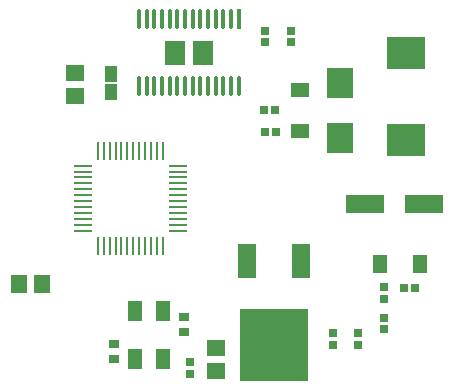
<source format=gtp>
G04*
G04 #@! TF.GenerationSoftware,Altium Limited,Altium Designer,22.10.1 (41)*
G04*
G04 Layer_Color=8421504*
%FSLAX42Y42*%
%MOMM*%
G71*
G04*
G04 #@! TF.SameCoordinates,D2B3F530-26F6-4905-BC13-EF821CD2D141*
G04*
G04*
G04 #@! TF.FilePolarity,Positive*
G04*
G01*
G75*
%ADD15R,1.81X2.07*%
%ADD16R,1.01X1.33*%
%ADD17O,0.25X1.55*%
%ADD18O,1.55X0.25*%
%ADD19R,0.67X0.72*%
%ADD20R,0.72X0.67*%
%ADD21R,1.25X1.60*%
%ADD22R,1.55X1.35*%
%ADD23R,1.20X1.80*%
%ADD24R,0.85X0.75*%
%ADD25R,1.35X1.55*%
G04:AMPARAMS|DCode=26|XSize=1.66mm|YSize=0.38mm|CornerRadius=0.19mm|HoleSize=0mm|Usage=FLASHONLY|Rotation=270.000|XOffset=0mm|YOffset=0mm|HoleType=Round|Shape=RoundedRectangle|*
%AMROUNDEDRECTD26*
21,1,1.66,0.00,0,0,270.0*
21,1,1.27,0.38,0,0,270.0*
1,1,0.38,0.00,-0.64*
1,1,0.38,0.00,0.64*
1,1,0.38,0.00,0.64*
1,1,0.38,0.00,-0.64*
%
%ADD26ROUNDEDRECTD26*%
%ADD27R,0.38X1.66*%
%ADD28R,3.30X2.70*%
%ADD29R,2.20X2.50*%
%ADD30R,1.60X1.25*%
%ADD31R,3.20X1.60*%
%ADD32R,1.60X3.00*%
%ADD33R,5.80X6.20*%
D15*
X9400Y8636D02*
D03*
X9167D02*
D03*
D16*
X8623Y8454D02*
D03*
Y8306D02*
D03*
D17*
X8563Y7002D02*
D03*
X8513D02*
D03*
X8613D02*
D03*
X8663D02*
D03*
X8713D02*
D03*
X8763D02*
D03*
X8813D02*
D03*
X8863D02*
D03*
X8913D02*
D03*
X8963D02*
D03*
X9013D02*
D03*
X9063D02*
D03*
Y7807D02*
D03*
X9013D02*
D03*
X8963D02*
D03*
X8913D02*
D03*
X8863D02*
D03*
X8813D02*
D03*
X8763D02*
D03*
X8713D02*
D03*
X8663D02*
D03*
X8613D02*
D03*
X8563D02*
D03*
X8513D02*
D03*
D18*
X9191Y7129D02*
D03*
Y7179D02*
D03*
Y7229D02*
D03*
Y7279D02*
D03*
Y7329D02*
D03*
Y7379D02*
D03*
Y7429D02*
D03*
Y7479D02*
D03*
Y7529D02*
D03*
Y7579D02*
D03*
Y7629D02*
D03*
Y7679D02*
D03*
X8386D02*
D03*
Y7629D02*
D03*
Y7579D02*
D03*
Y7529D02*
D03*
Y7479D02*
D03*
Y7429D02*
D03*
Y7379D02*
D03*
Y7329D02*
D03*
Y7279D02*
D03*
Y7229D02*
D03*
Y7179D02*
D03*
Y7129D02*
D03*
D19*
X10147Y8725D02*
D03*
X10935Y6553D02*
D03*
Y6649D02*
D03*
X9296Y5918D02*
D03*
Y6014D02*
D03*
X9931Y8821D02*
D03*
Y8725D02*
D03*
X10503Y6162D02*
D03*
Y6258D02*
D03*
X10719Y6162D02*
D03*
Y6258D02*
D03*
X10935Y6292D02*
D03*
Y6388D02*
D03*
X10147Y8821D02*
D03*
D20*
X11201Y6642D02*
D03*
X11106D02*
D03*
X9925Y7963D02*
D03*
X10020D02*
D03*
X9922Y8153D02*
D03*
X10017D02*
D03*
D21*
X11239Y6845D02*
D03*
X10900D02*
D03*
D22*
X9512Y6139D02*
D03*
Y5944D02*
D03*
X8318Y8268D02*
D03*
Y8463D02*
D03*
D23*
X8826Y6045D02*
D03*
Y6445D02*
D03*
X9067D02*
D03*
Y6045D02*
D03*
D24*
X8649Y6170D02*
D03*
Y6045D02*
D03*
X9246Y6274D02*
D03*
Y6399D02*
D03*
D25*
X7844Y6680D02*
D03*
X8039D02*
D03*
D26*
X9706Y8353D02*
D03*
X9641D02*
D03*
X9576D02*
D03*
X9511D02*
D03*
X9446D02*
D03*
X9381D02*
D03*
X9316D02*
D03*
X9251D02*
D03*
X9186D02*
D03*
X9121D02*
D03*
X9056D02*
D03*
X8991D02*
D03*
X8926D02*
D03*
X8861D02*
D03*
Y8919D02*
D03*
X8926D02*
D03*
X8991D02*
D03*
X9056D02*
D03*
X9121D02*
D03*
X9186D02*
D03*
X9251D02*
D03*
X9316D02*
D03*
X9381D02*
D03*
X9446D02*
D03*
X9511D02*
D03*
X9576D02*
D03*
X9641D02*
D03*
D27*
X9706D02*
D03*
D28*
X11125Y8637D02*
D03*
Y7899D02*
D03*
D29*
X10566Y7912D02*
D03*
Y8382D02*
D03*
D30*
X10224Y8316D02*
D03*
Y7976D02*
D03*
D31*
X10774Y7353D02*
D03*
X11274D02*
D03*
D32*
X9779Y6868D02*
D03*
X10236D02*
D03*
D33*
X10008Y6160D02*
D03*
M02*

</source>
